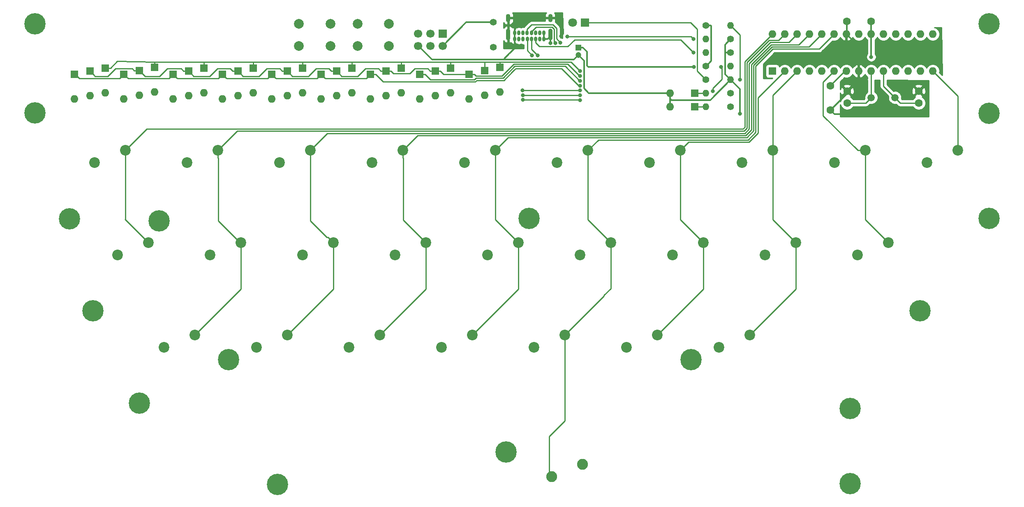
<source format=gbl>
G04 #@! TF.GenerationSoftware,KiCad,Pcbnew,(5.1.5)-3*
G04 #@! TF.CreationDate,2020-10-14T15:57:11-05:00*
G04 #@! TF.ProjectId,masochist,6d61736f-6368-4697-9374-2e6b69636164,rev?*
G04 #@! TF.SameCoordinates,Original*
G04 #@! TF.FileFunction,Copper,L2,Bot*
G04 #@! TF.FilePolarity,Positive*
%FSLAX46Y46*%
G04 Gerber Fmt 4.6, Leading zero omitted, Abs format (unit mm)*
G04 Created by KiCad (PCBNEW (5.1.5)-3) date 2020-10-14 15:57:11*
%MOMM*%
%LPD*%
G04 APERTURE LIST*
%ADD10C,4.400000*%
%ADD11C,1.500000*%
%ADD12O,1.600000X1.600000*%
%ADD13R,1.600000X1.600000*%
%ADD14C,2.200000*%
%ADD15C,2.250000*%
%ADD16C,2.000000*%
%ADD17C,1.400000*%
%ADD18O,1.400000X1.400000*%
%ADD19C,1.800000*%
%ADD20R,1.800000X1.800000*%
%ADD21R,1.700000X1.700000*%
%ADD22C,1.700000*%
%ADD23O,0.650000X1.000000*%
%ADD24O,0.900000X2.400000*%
%ADD25O,0.900000X1.700000*%
%ADD26C,1.600000*%
%ADD27R,1.200000X1.200000*%
%ADD28C,1.200000*%
%ADD29C,0.800000*%
%ADD30C,0.250000*%
%ADD31C,0.380000*%
%ADD32C,0.254000*%
G04 APERTURE END LIST*
D10*
X68834000Y-74930000D03*
X73660000Y-93853000D03*
X83185000Y-112903000D03*
X111633000Y-129667000D03*
X229616000Y-129540000D03*
X229616000Y-114046000D03*
X243967000Y-93853000D03*
X158750000Y-123031250D03*
X61722000Y-53086000D03*
X61722000Y-34671000D03*
X258191000Y-53181250D03*
X258191000Y-34671000D03*
X163449000Y-74803000D03*
X258191000Y-74803000D03*
X196850000Y-103981250D03*
X101600000Y-103981250D03*
X87249000Y-75311000D03*
D11*
X233934000Y-49911000D03*
X238814000Y-49911000D03*
D12*
X213582250Y-36830000D03*
X246602250Y-44450000D03*
X216122250Y-36830000D03*
X244062250Y-44450000D03*
X218662250Y-36830000D03*
X241522250Y-44450000D03*
X221202250Y-36830000D03*
X238982250Y-44450000D03*
X223742250Y-36830000D03*
X236442250Y-44450000D03*
X226282250Y-36830000D03*
X233902250Y-44450000D03*
X228822250Y-36830000D03*
X231362250Y-44450000D03*
X231362250Y-36830000D03*
X228822250Y-44450000D03*
X233902250Y-36830000D03*
X226282250Y-44450000D03*
X236442250Y-36830000D03*
X223742250Y-44450000D03*
X238982250Y-36830000D03*
X221202250Y-44450000D03*
X241522250Y-36830000D03*
X218662250Y-44450000D03*
X244062250Y-36830000D03*
X216122250Y-44450000D03*
X246602250Y-36830000D03*
D13*
X213582250Y-44450000D03*
D14*
X213677500Y-60801250D03*
X207327500Y-63341250D03*
X80327500Y-60801250D03*
X73977500Y-63341250D03*
D15*
X168116250Y-128111250D03*
X174466250Y-125571250D03*
D16*
X128120000Y-39243000D03*
X128120000Y-34743000D03*
X134620000Y-39243000D03*
X134620000Y-34743000D03*
X116055000Y-39243000D03*
X116055000Y-34743000D03*
X122555000Y-39243000D03*
X122555000Y-34743000D03*
D17*
X204978000Y-49022000D03*
D18*
X199898000Y-49022000D03*
X199898000Y-51816000D03*
D17*
X204978000Y-51816000D03*
D18*
X204978000Y-46228000D03*
D17*
X199898000Y-46228000D03*
D18*
X204978000Y-43434000D03*
D17*
X199898000Y-43434000D03*
D18*
X199898000Y-37846000D03*
D17*
X204978000Y-37846000D03*
D18*
X199898000Y-40640000D03*
D17*
X204978000Y-40640000D03*
D18*
X204978000Y-35052000D03*
D17*
X199898000Y-35052000D03*
D19*
X172466000Y-34417000D03*
D20*
X175006000Y-34417000D03*
D14*
X94615000Y-98901250D03*
X88265000Y-101441250D03*
X175577500Y-60801250D03*
X169227500Y-63341250D03*
X113665000Y-98901250D03*
X107315000Y-101441250D03*
X99377500Y-60801250D03*
X93027500Y-63341250D03*
X151765000Y-98901250D03*
X145415000Y-101441250D03*
X194627500Y-60801250D03*
X188277500Y-63341250D03*
X156527500Y-60801250D03*
X150177500Y-63341250D03*
X104140000Y-79851250D03*
X97790000Y-82391250D03*
X137477500Y-60801250D03*
X131127500Y-63341250D03*
X251777500Y-60801250D03*
X245427500Y-63341250D03*
X232727500Y-60801250D03*
X226377500Y-63341250D03*
X189865000Y-98901250D03*
X183515000Y-101441250D03*
X208915000Y-98901250D03*
X202565000Y-101441250D03*
X237490000Y-79851250D03*
X231140000Y-82391250D03*
X218440000Y-79851250D03*
X212090000Y-82391250D03*
X199390000Y-79851250D03*
X193040000Y-82391250D03*
X180340000Y-79851250D03*
X173990000Y-82391250D03*
X161290000Y-79851250D03*
X154940000Y-82391250D03*
X142240000Y-79851250D03*
X135890000Y-82391250D03*
X118427500Y-60801250D03*
X112077500Y-63341250D03*
X123190000Y-79851250D03*
X116840000Y-82391250D03*
X132715000Y-98901250D03*
X126365000Y-101441250D03*
X170815000Y-98901250D03*
X164465000Y-101441250D03*
X85090000Y-79851250D03*
X78740000Y-82391250D03*
D21*
X145669000Y-36703000D03*
D22*
X145669000Y-39243000D03*
X143129000Y-36703000D03*
X143129000Y-39243000D03*
X140589000Y-36703000D03*
X140589000Y-39243000D03*
D23*
X164787500Y-37850000D03*
X166487500Y-37850000D03*
X165637500Y-37850000D03*
X163937500Y-37850000D03*
X163087500Y-37850000D03*
X162237500Y-37850000D03*
X161387500Y-37850000D03*
X160537500Y-37850000D03*
X166487500Y-36525000D03*
X165632500Y-36525000D03*
X164782500Y-36525000D03*
X163932500Y-36525000D03*
X163082500Y-36525000D03*
X162232500Y-36525000D03*
X161382500Y-36525000D03*
X160532500Y-36525000D03*
D24*
X167837500Y-36870000D03*
X159187500Y-36870000D03*
D25*
X167837500Y-33490000D03*
X159187500Y-33490000D03*
D17*
X156083000Y-39507000D03*
X156083000Y-34407000D03*
D12*
X192532000Y-51816000D03*
D13*
X197612000Y-51816000D03*
D12*
X192532000Y-49022000D03*
D13*
X197612000Y-49022000D03*
D12*
X157480000Y-48768000D03*
D13*
X157480000Y-43688000D03*
D12*
X151130000Y-50165000D03*
D13*
X151130000Y-45085000D03*
D12*
X154305000Y-49403000D03*
D13*
X154305000Y-44323000D03*
D12*
X130810000Y-50165000D03*
D13*
X130810000Y-45085000D03*
D12*
X144145000Y-49530000D03*
D13*
X144145000Y-44450000D03*
D12*
X147320000Y-48895000D03*
D13*
X147320000Y-43815000D03*
D12*
X120650000Y-50165000D03*
D13*
X120650000Y-45085000D03*
D12*
X133985000Y-49530000D03*
D13*
X133985000Y-44450000D03*
D12*
X137160000Y-48895000D03*
D13*
X137160000Y-43815000D03*
D12*
X140970000Y-50165000D03*
D13*
X140970000Y-45085000D03*
D12*
X110490000Y-50165000D03*
D13*
X110490000Y-45085000D03*
D12*
X123825000Y-49530000D03*
D13*
X123825000Y-44450000D03*
D12*
X127000000Y-48895000D03*
D13*
X127000000Y-43815000D03*
D12*
X100330000Y-50165000D03*
D13*
X100330000Y-45085000D03*
D12*
X113665000Y-49530000D03*
D13*
X113665000Y-44450000D03*
D12*
X116840000Y-48895000D03*
D13*
X116840000Y-43815000D03*
X90170000Y-45085000D03*
D12*
X90170000Y-50165000D03*
X103505000Y-49530000D03*
D13*
X103505000Y-44450000D03*
D12*
X106680000Y-48895000D03*
D13*
X106680000Y-43815000D03*
D12*
X80010000Y-50165000D03*
D13*
X80010000Y-45085000D03*
X93345000Y-44450000D03*
D12*
X93345000Y-49530000D03*
D13*
X96520000Y-43815000D03*
D12*
X96520000Y-48895000D03*
X69850000Y-50165000D03*
D13*
X69850000Y-45085000D03*
D12*
X83185000Y-49403000D03*
D13*
X83185000Y-44323000D03*
D12*
X86360000Y-48768000D03*
D13*
X86360000Y-43688000D03*
D12*
X73025000Y-49530000D03*
D13*
X73025000Y-44450000D03*
D12*
X76200000Y-48895000D03*
D13*
X76200000Y-43815000D03*
D26*
X228934000Y-34163000D03*
X233934000Y-34163000D03*
X225552000Y-52498000D03*
X225552000Y-47498000D03*
D27*
X173609000Y-39624000D03*
D28*
X173609000Y-41124000D03*
D26*
X243713000Y-48554000D03*
X243713000Y-51054000D03*
X228981000Y-48554000D03*
X228981000Y-51054000D03*
D29*
X206883000Y-53213000D03*
X167844347Y-38645000D03*
X170053000Y-37211000D03*
X233934000Y-41529000D03*
X197395000Y-43561000D03*
X173990000Y-44450000D03*
X173990000Y-45450003D03*
X173990000Y-47450009D03*
X173990000Y-46450006D03*
X169926000Y-38608000D03*
X165227000Y-41239990D03*
X201295000Y-48604000D03*
X203045000Y-43561000D03*
X168910000Y-38645000D03*
X164084000Y-41239990D03*
X197358000Y-40640000D03*
X171323000Y-37338000D03*
X197358000Y-37846000D03*
X162179000Y-50403003D03*
X173990000Y-50450018D03*
X206883000Y-46228000D03*
X162179000Y-49403000D03*
X173990000Y-49450015D03*
X162147153Y-48400587D03*
X173990000Y-48450012D03*
D30*
X228822250Y-34274750D02*
X228934000Y-34163000D01*
D31*
X228934000Y-36718250D02*
X228822250Y-36830000D01*
X228934000Y-34163000D02*
X228934000Y-36718250D01*
X231362250Y-45029750D02*
X231362250Y-44450000D01*
X160537500Y-36530000D02*
X160532500Y-36525000D01*
X160537500Y-37850000D02*
X160537500Y-36530000D01*
X166487500Y-37850000D02*
X166487500Y-36525000D01*
X160537500Y-39741500D02*
X160537500Y-37850000D01*
X140716000Y-39243000D02*
X143502990Y-42029990D01*
X140589000Y-39243000D02*
X140716000Y-39243000D01*
X159543000Y-40736000D02*
X160537500Y-39741500D01*
X143502990Y-42029990D02*
X158211010Y-42029990D01*
X158211010Y-42029990D02*
X159505000Y-40736000D01*
X159505000Y-40736000D02*
X159543000Y-40736000D01*
X192532000Y-49022000D02*
X192532000Y-51816000D01*
X192532000Y-50153370D02*
X192797630Y-50419000D01*
X192532000Y-49022000D02*
X192532000Y-50153370D01*
X200787000Y-50419000D02*
X204978000Y-46228000D01*
X192797630Y-50419000D02*
X200787000Y-50419000D01*
X203835000Y-38989000D02*
X204978000Y-37846000D01*
X204978000Y-46228000D02*
X203835000Y-45085000D01*
X204978000Y-40640000D02*
X203988051Y-40640000D01*
X203861051Y-40767000D02*
X203835000Y-40767000D01*
X203988051Y-40640000D02*
X203861051Y-40767000D01*
X203835000Y-45085000D02*
X203835000Y-40767000D01*
X203835000Y-40767000D02*
X203835000Y-38989000D01*
X172703010Y-42029990D02*
X173609000Y-41124000D01*
X158211010Y-42029990D02*
X172703010Y-42029990D01*
X231362250Y-45581370D02*
X231394000Y-45613120D01*
X231362250Y-44450000D02*
X231362250Y-45581370D01*
X228822250Y-36830000D02*
X231362250Y-39370000D01*
X231362250Y-39370000D02*
X231362250Y-44450000D01*
X174780001Y-42295001D02*
X174780001Y-48034001D01*
X173609000Y-41124000D02*
X174780001Y-42295001D01*
X175768000Y-49022000D02*
X192532000Y-49022000D01*
X174780001Y-48034001D02*
X175768000Y-49022000D01*
X206883000Y-48133000D02*
X204978000Y-46228000D01*
X206883000Y-53213000D02*
X206883000Y-48133000D01*
X228981000Y-49069000D02*
X228981000Y-48554000D01*
X225552000Y-52498000D02*
X228981000Y-49069000D01*
X231362250Y-45581370D02*
X231648000Y-45867120D01*
X231648000Y-45867120D02*
X231648000Y-46482000D01*
X231648000Y-46482000D02*
X232283000Y-47117000D01*
X226351999Y-53297999D02*
X230208999Y-53297999D01*
X225552000Y-52498000D02*
X226351999Y-53297999D01*
X167837500Y-36870000D02*
X167837500Y-37267500D01*
X167255000Y-37850000D02*
X166487500Y-37850000D01*
X167837500Y-37267500D02*
X167255000Y-37850000D01*
X167837500Y-36870000D02*
X167837500Y-38638153D01*
X167837500Y-38638153D02*
X167844347Y-38645000D01*
X170053000Y-37211000D02*
X170053000Y-36830000D01*
D30*
X232791000Y-51054000D02*
X233934000Y-49911000D01*
X228981000Y-51054000D02*
X232791000Y-51054000D01*
X233934000Y-44481750D02*
X233902250Y-44450000D01*
X233934000Y-49911000D02*
X233934000Y-44481750D01*
X239957000Y-51054000D02*
X238814000Y-49911000D01*
X243713000Y-51054000D02*
X239957000Y-51054000D01*
X236442250Y-47539250D02*
X236442250Y-44450000D01*
X238814000Y-49911000D02*
X236442250Y-47539250D01*
X172456000Y-34407000D02*
X172466000Y-34417000D01*
X228822250Y-45116750D02*
X228822250Y-44450000D01*
X233902250Y-34194750D02*
X233934000Y-34163000D01*
D31*
X145669000Y-39243000D02*
X150505000Y-34407000D01*
X233934000Y-36798250D02*
X233902250Y-36830000D01*
X233934000Y-34163000D02*
X233934000Y-36798250D01*
X228822250Y-44608750D02*
X228822250Y-44450000D01*
X150505000Y-34407000D02*
X156083000Y-34407000D01*
X228600000Y-44450000D02*
X228822250Y-44450000D01*
X225552000Y-47498000D02*
X228600000Y-44450000D01*
X233934000Y-36861750D02*
X233902250Y-36830000D01*
X233934000Y-41529000D02*
X233934000Y-36861750D01*
X200988001Y-42343999D02*
X200597999Y-42734001D01*
X200597999Y-42734001D02*
X199898000Y-43434000D01*
X200988001Y-35152052D02*
X200988001Y-42343999D01*
X200887949Y-35052000D02*
X200988001Y-35152052D01*
X199898000Y-35052000D02*
X200887949Y-35052000D01*
X174589000Y-39624000D02*
X175387000Y-40422000D01*
X173609000Y-39624000D02*
X174589000Y-39624000D01*
X175387000Y-40422000D02*
X175387000Y-43180000D01*
X175387000Y-43180000D02*
X175387000Y-43307000D01*
X175387000Y-43307000D02*
X175641000Y-43561000D01*
X175641000Y-43561000D02*
X197395000Y-43561000D01*
D30*
X77250000Y-43815000D02*
X78647000Y-42418000D01*
X76200000Y-43815000D02*
X77250000Y-43815000D01*
X86360000Y-43688000D02*
X86360000Y-42638000D01*
X78647000Y-42418000D02*
X86360000Y-42545000D01*
X86360000Y-42638000D02*
X86360000Y-42545000D01*
X96520000Y-42765000D02*
X96520000Y-42545000D01*
X96520000Y-43815000D02*
X96520000Y-42765000D01*
X86360000Y-42545000D02*
X96520000Y-42545000D01*
X106680000Y-43815000D02*
X106680000Y-42545000D01*
X96520000Y-42545000D02*
X106680000Y-42545000D01*
X116840000Y-42765000D02*
X116840000Y-42545000D01*
X116840000Y-43815000D02*
X116840000Y-42765000D01*
X106680000Y-42545000D02*
X116840000Y-42545000D01*
X127000000Y-42765000D02*
X127000000Y-42545000D01*
X127000000Y-43815000D02*
X127000000Y-42765000D01*
X116840000Y-42545000D02*
X127000000Y-42545000D01*
X137160000Y-42765000D02*
X137160000Y-42545000D01*
X137160000Y-43815000D02*
X137160000Y-42765000D01*
X127000000Y-42545000D02*
X137160000Y-42545000D01*
X137160000Y-42545000D02*
X147320000Y-42545000D01*
X147320000Y-42765000D02*
X147320000Y-42545000D01*
X147320000Y-43815000D02*
X147320000Y-42765000D01*
X154305000Y-44323000D02*
X154305000Y-43273000D01*
X154305000Y-43273000D02*
X154305000Y-42545000D01*
X147320000Y-42545000D02*
X154305000Y-42545000D01*
X157480000Y-43688000D02*
X157480000Y-42545000D01*
X154305000Y-42545000D02*
X157480000Y-42545000D01*
X157480000Y-42545000D02*
X163068000Y-42545000D01*
X163068000Y-42545000D02*
X172085000Y-42545000D01*
X172085000Y-42545000D02*
X173990000Y-44450000D01*
X73025000Y-44450000D02*
X73787000Y-45212000D01*
X73787000Y-45212000D02*
X74098990Y-45523990D01*
X82135000Y-44323000D02*
X81754000Y-43942000D01*
X83185000Y-44323000D02*
X82135000Y-44323000D01*
X78258002Y-43942000D02*
X76676012Y-45523990D01*
X81754000Y-43942000D02*
X78258002Y-43942000D01*
X76676012Y-45523990D02*
X74098990Y-45523990D01*
X83185000Y-44323000D02*
X83947000Y-45085000D01*
X83947000Y-45085000D02*
X84385990Y-45523990D01*
X84385990Y-45523990D02*
X87376000Y-45523990D01*
X88939991Y-43959999D02*
X87376000Y-45523990D01*
X91804999Y-43959999D02*
X88939991Y-43959999D01*
X92295000Y-44450000D02*
X91804999Y-43959999D01*
X93345000Y-44450000D02*
X92295000Y-44450000D01*
X102455000Y-44450000D02*
X101947000Y-43942000D01*
X103505000Y-44450000D02*
X102455000Y-44450000D01*
X99287998Y-43942000D02*
X97706008Y-45523990D01*
X101947000Y-43942000D02*
X99287998Y-43942000D01*
X97706008Y-45523990D02*
X95377000Y-45523990D01*
X94418990Y-45523990D02*
X95631000Y-45523990D01*
X93345000Y-44450000D02*
X94418990Y-45523990D01*
X112124999Y-43959999D02*
X109429999Y-43959999D01*
X113665000Y-44450000D02*
X112615000Y-44450000D01*
X112615000Y-44450000D02*
X112124999Y-43959999D01*
X109429999Y-43959999D02*
X107866008Y-45523990D01*
X107866008Y-45523990D02*
X104578990Y-45523990D01*
X104578990Y-45523990D02*
X103505000Y-44450000D01*
X122775000Y-44450000D02*
X123825000Y-44450000D01*
X119607998Y-43942000D02*
X122267000Y-43942000D01*
X118052010Y-45523990D02*
X118110000Y-45466000D01*
X114738990Y-45523990D02*
X118052010Y-45523990D01*
X113665000Y-44450000D02*
X114738990Y-45523990D01*
X122267000Y-43942000D02*
X122775000Y-44450000D01*
X118110000Y-45466000D02*
X118110000Y-45439998D01*
X118110000Y-45439998D02*
X119607998Y-43942000D01*
X124898990Y-45523990D02*
X123825000Y-44450000D01*
X132935000Y-44450000D02*
X132444999Y-43959999D01*
X128186008Y-45523990D02*
X124898990Y-45523990D01*
X133985000Y-44450000D02*
X132935000Y-44450000D01*
X132444999Y-43959999D02*
X129749999Y-43959999D01*
X129749999Y-43959999D02*
X128186008Y-45523990D01*
X142604999Y-43959999D02*
X143095000Y-44450000D01*
X138929997Y-44940001D02*
X139909999Y-43959999D01*
X143095000Y-44450000D02*
X144145000Y-44450000D01*
X135525001Y-44940001D02*
X138929997Y-44940001D01*
X135035000Y-44450000D02*
X135525001Y-44940001D01*
X139909999Y-43959999D02*
X142604999Y-43959999D01*
X133985000Y-44450000D02*
X135035000Y-44450000D01*
X145830000Y-45085000D02*
X150080000Y-45085000D01*
X150080000Y-45085000D02*
X151130000Y-45085000D01*
X145195000Y-44450000D02*
X145830000Y-45085000D01*
X144145000Y-44450000D02*
X145195000Y-44450000D01*
X157905001Y-45448001D02*
X160357992Y-42995010D01*
X152543001Y-45448001D02*
X157905001Y-45448001D01*
X151130000Y-45085000D02*
X152180000Y-45085000D01*
X152180000Y-45085000D02*
X152543001Y-45448001D01*
X160357992Y-42995010D02*
X163068000Y-42995010D01*
X173917001Y-45450003D02*
X173990000Y-45450003D01*
X163068000Y-42995010D02*
X171462008Y-42995010D01*
X171462008Y-42995010D02*
X173917001Y-45450003D01*
X70866000Y-45974000D02*
X79121000Y-45974000D01*
X79121000Y-45974000D02*
X80010000Y-45085000D01*
X69850000Y-45085000D02*
X69977000Y-45085000D01*
X69977000Y-45085000D02*
X70866000Y-45974000D01*
X80899000Y-45974000D02*
X80010000Y-45085000D01*
X90170000Y-45085000D02*
X89281000Y-45974000D01*
X89281000Y-45974000D02*
X80899000Y-45974000D01*
X90932000Y-45847000D02*
X90170000Y-45085000D01*
X91059000Y-45974000D02*
X90932000Y-45847000D01*
X100330000Y-45085000D02*
X99441000Y-45974000D01*
X99441000Y-45974000D02*
X91059000Y-45974000D01*
X101092000Y-45847000D02*
X100330000Y-45085000D01*
X101219000Y-45974000D02*
X101092000Y-45847000D01*
X110490000Y-45085000D02*
X109601000Y-45974000D01*
X109601000Y-45974000D02*
X101219000Y-45974000D01*
X111252000Y-45847000D02*
X110490000Y-45085000D01*
X111379000Y-45974000D02*
X111252000Y-45847000D01*
X120650000Y-45085000D02*
X119761000Y-45974000D01*
X119761000Y-45974000D02*
X111379000Y-45974000D01*
X121412000Y-45847000D02*
X120650000Y-45085000D01*
X130810000Y-45085000D02*
X129921000Y-45974000D01*
X121539000Y-45974000D02*
X121412000Y-45847000D01*
X129921000Y-45974000D02*
X121539000Y-45974000D01*
X131860000Y-45085000D02*
X133435011Y-46660011D01*
X130810000Y-45085000D02*
X131860000Y-45085000D01*
X133435011Y-46660011D02*
X152376402Y-46660010D01*
X152376402Y-46660010D02*
X152688391Y-46348021D01*
X152688391Y-46348021D02*
X158277802Y-46348020D01*
X158277802Y-46348020D02*
X160034411Y-44591411D01*
X160034411Y-44591411D02*
X160415411Y-44210411D01*
X160415411Y-44210411D02*
X160730792Y-43895030D01*
X160730792Y-43895030D02*
X163068000Y-43895030D01*
X163068000Y-43895030D02*
X170180000Y-43895030D01*
X170180000Y-43895030D02*
X173734979Y-47450009D01*
X173734979Y-47450009D02*
X173990000Y-47450009D01*
X152501991Y-45898011D02*
X158091401Y-45898011D01*
X152190001Y-46210001D02*
X152501991Y-45898011D01*
X140970000Y-45085000D02*
X142020000Y-45085000D01*
X143145001Y-46210001D02*
X152190001Y-46210001D01*
X142020000Y-45085000D02*
X143145001Y-46210001D01*
X158091401Y-45898011D02*
X160544392Y-43445020D01*
X160544392Y-43445020D02*
X163068000Y-43445020D01*
X173917001Y-46450006D02*
X173990000Y-46450006D01*
X163068000Y-43445020D02*
X170912015Y-43445020D01*
X170912015Y-43445020D02*
X173917001Y-46450006D01*
X197612000Y-49022000D02*
X199898000Y-49022000D01*
X163962520Y-34894980D02*
X168373391Y-34894981D01*
X163082500Y-36525000D02*
X163082500Y-35775000D01*
X168373391Y-34894981D02*
X169106010Y-35627600D01*
X163082500Y-35775000D02*
X163962520Y-34894980D01*
X169106010Y-35627600D02*
X169106010Y-37788010D01*
X169106010Y-37788010D02*
X169926000Y-38608000D01*
X163937500Y-37850000D02*
X163961000Y-37850000D01*
X163937500Y-37850000D02*
X163937500Y-39950490D01*
X163937500Y-39950490D02*
X165227000Y-41239990D01*
X197612000Y-51816000D02*
X199898000Y-51816000D01*
X163087500Y-37850000D02*
X163072000Y-37850000D01*
X163072000Y-37850000D02*
X163068000Y-37854000D01*
X201295000Y-48038315D02*
X203200000Y-46133315D01*
X201295000Y-48604000D02*
X201295000Y-48038315D01*
X203200000Y-46133315D02*
X203200000Y-43716000D01*
X203200000Y-43716000D02*
X203045000Y-43561000D01*
X163932500Y-36525000D02*
X163932500Y-36473500D01*
X164868258Y-35344990D02*
X168186990Y-35344990D01*
X168186990Y-35344990D02*
X168656000Y-35814000D01*
X163932500Y-36473500D02*
X163932500Y-36280748D01*
X163932500Y-36280748D02*
X164868258Y-35344990D01*
X168656000Y-35814000D02*
X168656000Y-38227000D01*
X168656000Y-38227000D02*
X168656000Y-38391000D01*
X168656000Y-38391000D02*
X168910000Y-38645000D01*
X163087500Y-37850000D02*
X163087500Y-40243490D01*
X163087500Y-40243490D02*
X164084000Y-41239990D01*
X164787500Y-38600000D02*
X165557500Y-39370000D01*
X164787500Y-37850000D02*
X164787500Y-38600000D01*
X170307000Y-39370000D02*
X171450000Y-39370000D01*
X170307000Y-39370000D02*
X170561000Y-39370000D01*
X165557500Y-39370000D02*
X170307000Y-39370000D01*
X171450000Y-39370000D02*
X172847000Y-37973000D01*
X172847000Y-37973000D02*
X176149000Y-37973000D01*
X176149000Y-37973000D02*
X194691000Y-37973000D01*
X194691000Y-37973000D02*
X197358000Y-40640000D01*
X171323000Y-37338000D02*
X196850000Y-37338000D01*
X196850000Y-37338000D02*
X197358000Y-37846000D01*
X162179000Y-50403003D02*
X173942985Y-50403003D01*
X173942985Y-50403003D02*
X173990000Y-50450018D01*
X204978000Y-35052000D02*
X205232000Y-35306000D01*
X204978000Y-35052000D02*
X206883000Y-36957000D01*
X206883000Y-36957000D02*
X206883000Y-46228000D01*
X162179000Y-49403000D02*
X173942985Y-49403000D01*
X173942985Y-49403000D02*
X173990000Y-49450015D01*
X85090000Y-79851250D02*
X80264000Y-75025250D01*
X80327500Y-74961750D02*
X80327500Y-60801250D01*
X80264000Y-75025250D02*
X80327500Y-74961750D01*
X207899000Y-42513250D02*
X213582250Y-36830000D01*
X207899000Y-56007000D02*
X207899000Y-42513250D01*
X81427499Y-59701251D02*
X81427499Y-59669501D01*
X80327500Y-60801250D02*
X81427499Y-59701251D01*
X81427499Y-59669501D02*
X84709000Y-56388000D01*
X207518000Y-56388000D02*
X207899000Y-56007000D01*
X84709000Y-56388000D02*
X207518000Y-56388000D01*
X170815000Y-98901250D02*
X178911250Y-90805000D01*
X178911250Y-90805000D02*
X178911250Y-90709750D01*
X178911250Y-90709750D02*
X180340000Y-89281000D01*
X180340000Y-89281000D02*
X180340000Y-79851250D01*
X175577500Y-75088750D02*
X175577500Y-60801250D01*
X180340000Y-79851250D02*
X175577500Y-75088750D01*
X223212210Y-39900040D02*
X226282250Y-36830000D01*
X213694260Y-39900040D02*
X223212210Y-39900040D01*
X210149050Y-57061770D02*
X210149050Y-43445250D01*
X208442952Y-58638048D02*
X208572772Y-58638048D01*
X175577500Y-60801250D02*
X177740702Y-58638048D01*
X195199000Y-58674000D02*
X208407000Y-58674000D01*
X210149050Y-43445250D02*
X213694260Y-39900040D01*
X195163048Y-58638048D02*
X195199000Y-58674000D01*
X208572772Y-58638048D02*
X210149050Y-57061770D01*
X177740702Y-58638048D02*
X195163048Y-58638048D01*
X208407000Y-58674000D02*
X208442952Y-58638048D01*
X167640000Y-127635000D02*
X168116250Y-128111250D01*
X167640000Y-119761000D02*
X167640000Y-127635000D01*
X170815000Y-98901250D02*
X170815000Y-116586000D01*
X170815000Y-116586000D02*
X167640000Y-119761000D01*
X137477500Y-62356884D02*
X137541000Y-62420384D01*
X137477500Y-60801250D02*
X137477500Y-62356884D01*
X137541000Y-62420384D02*
X137541000Y-75184000D01*
X137572750Y-75184000D02*
X142240000Y-79851250D01*
X137541000Y-75184000D02*
X137572750Y-75184000D01*
X142240000Y-89376250D02*
X142240000Y-79851250D01*
X132715000Y-98901250D02*
X142240000Y-89376250D01*
X213321460Y-39000020D02*
X219032230Y-39000020D01*
X209249030Y-56566200D02*
X209249030Y-43072450D01*
X138577499Y-59701251D02*
X138577499Y-59669501D01*
X140508972Y-57738028D02*
X208077203Y-57738027D01*
X208077203Y-57738027D02*
X209249030Y-56566200D01*
X209249030Y-43072450D02*
X213321460Y-39000020D01*
X137477500Y-60801250D02*
X138577499Y-59701251D01*
X219032230Y-39000020D02*
X221202250Y-36830000D01*
X138577499Y-59669501D02*
X140508972Y-57738028D01*
X114764999Y-97801251D02*
X114796749Y-97801251D01*
X113665000Y-98901250D02*
X114764999Y-97801251D01*
X114796749Y-97801251D02*
X123190000Y-89408000D01*
X123190000Y-89408000D02*
X123190000Y-79851250D01*
X122090001Y-78751251D02*
X121804251Y-78751251D01*
X123190000Y-79851250D02*
X122090001Y-78751251D01*
X118427500Y-75374500D02*
X118427500Y-60801250D01*
X121804251Y-78751251D02*
X118427500Y-75374500D01*
X118427500Y-60801250D02*
X118586250Y-60801250D01*
X216942240Y-38550010D02*
X218662250Y-36830000D01*
X213135060Y-38550010D02*
X216942240Y-38550010D01*
X208799020Y-42886050D02*
X213135060Y-38550010D01*
X119527499Y-59701251D02*
X119527499Y-59669501D01*
X118427500Y-60801250D02*
X119527499Y-59701251D01*
X208799020Y-56379800D02*
X208799020Y-42886050D01*
X121908982Y-57288018D02*
X207890802Y-57288018D01*
X119527499Y-59669501D02*
X121908982Y-57288018D01*
X207890802Y-57288018D02*
X208799020Y-56379800D01*
X152864999Y-97801251D02*
X152896749Y-97801251D01*
X151765000Y-98901250D02*
X152864999Y-97801251D01*
X152896749Y-97801251D02*
X161290000Y-89408000D01*
X161290000Y-85598000D02*
X161290000Y-79851250D01*
X161290000Y-89408000D02*
X161290000Y-85598000D01*
X160158251Y-78751251D02*
X156527500Y-75120500D01*
X161290000Y-79851250D02*
X160190001Y-78751251D01*
X156527500Y-75120500D02*
X156527500Y-60801250D01*
X160190001Y-78751251D02*
X160158251Y-78751251D01*
X156527500Y-60801250D02*
X159140712Y-58188038D01*
X159140712Y-58188038D02*
X208386372Y-58188038D01*
X208386372Y-58188038D02*
X208386372Y-58186628D01*
X221122220Y-39450030D02*
X223742250Y-36830000D01*
X208386372Y-58065268D02*
X209699040Y-56752600D01*
X208386372Y-58188038D02*
X208386372Y-58065268D01*
X209699040Y-56752600D02*
X209699040Y-43258850D01*
X213507860Y-39450030D02*
X221122220Y-39450030D01*
X209699040Y-43258850D02*
X213507860Y-39450030D01*
X210014999Y-97801251D02*
X210046749Y-97801251D01*
X208915000Y-98901250D02*
X210014999Y-97801251D01*
X210046749Y-97801251D02*
X218440000Y-89408000D01*
X218440000Y-89408000D02*
X218440000Y-79851250D01*
X213677500Y-75120500D02*
X213677500Y-60801250D01*
X217308251Y-78751251D02*
X213677500Y-75120500D01*
X218440000Y-79851250D02*
X217340001Y-78751251D01*
X217340001Y-78751251D02*
X217308251Y-78751251D01*
X213677500Y-49434750D02*
X218662250Y-44450000D01*
X213677500Y-60801250D02*
X213677500Y-49434750D01*
X189865000Y-98901250D02*
X199390000Y-89376250D01*
X199390000Y-89376250D02*
X199390000Y-79851250D01*
X198258251Y-78751251D02*
X194627500Y-75120500D01*
X199390000Y-79851250D02*
X198290001Y-78751251D01*
X194627500Y-75120500D02*
X194627500Y-60801250D01*
X198290001Y-78751251D02*
X198258251Y-78751251D01*
X210599060Y-57248170D02*
X210599060Y-49973190D01*
X208723220Y-59124010D02*
X210599060Y-57248170D01*
X210599060Y-49973190D02*
X216122250Y-44450000D01*
X194627500Y-60801250D02*
X196304740Y-59124010D01*
X196304740Y-59124010D02*
X208723220Y-59124010D01*
X232727500Y-75088750D02*
X232727500Y-60801250D01*
X237490000Y-79851250D02*
X232727500Y-75088750D01*
X231171866Y-60801250D02*
X224028000Y-53657384D01*
X232727500Y-60801250D02*
X231171866Y-60801250D01*
X224028000Y-46704250D02*
X226282250Y-44450000D01*
X224028000Y-53657384D02*
X224028000Y-46704250D01*
X251777500Y-49625250D02*
X246602250Y-44450000D01*
X251777500Y-60801250D02*
X251777500Y-49625250D01*
X94615000Y-98901250D02*
X104140000Y-89376250D01*
X104140000Y-89376250D02*
X104140000Y-79851250D01*
X103981250Y-79851250D02*
X104140000Y-79851250D01*
X99441000Y-75311000D02*
X103981250Y-79851250D01*
X99441000Y-62420384D02*
X99441000Y-75311000D01*
X99377500Y-60801250D02*
X99377500Y-62356884D01*
X99377500Y-62356884D02*
X99441000Y-62420384D01*
X214852250Y-38100000D02*
X216122250Y-36830000D01*
X212948660Y-38100000D02*
X214852250Y-38100000D01*
X103340740Y-56838010D02*
X207704401Y-56838009D01*
X207704401Y-56838009D02*
X208349010Y-56193400D01*
X99377500Y-60801250D02*
X103340740Y-56838010D01*
X208349010Y-56193400D02*
X208349010Y-42699650D01*
X208349010Y-42699650D02*
X212948660Y-38100000D01*
X175006000Y-34417000D02*
X196723000Y-34417000D01*
X196723000Y-34417000D02*
X198120000Y-35814000D01*
X198120000Y-44450000D02*
X199898000Y-46228000D01*
X198120000Y-35814000D02*
X198120000Y-44450000D01*
X162147153Y-48400587D02*
X173940575Y-48400587D01*
X173940575Y-48400587D02*
X173990000Y-48450012D01*
D32*
G36*
X235682251Y-46284729D02*
G01*
X235682250Y-47501927D01*
X235678574Y-47539250D01*
X235682250Y-47576572D01*
X235682250Y-47576582D01*
X235693247Y-47688235D01*
X235731773Y-47815241D01*
X235736704Y-47831496D01*
X235807276Y-47963526D01*
X235847121Y-48012076D01*
X235902249Y-48079251D01*
X235931253Y-48103054D01*
X237457833Y-49629635D01*
X237429000Y-49774589D01*
X237429000Y-50047411D01*
X237482225Y-50314989D01*
X237586629Y-50567043D01*
X237738201Y-50793886D01*
X237931114Y-50986799D01*
X238157957Y-51138371D01*
X238410011Y-51242775D01*
X238677589Y-51296000D01*
X238950411Y-51296000D01*
X239095365Y-51267167D01*
X239393201Y-51565003D01*
X239416999Y-51594001D01*
X239445997Y-51617799D01*
X239532723Y-51688974D01*
X239659028Y-51756486D01*
X239664753Y-51759546D01*
X239808014Y-51803003D01*
X239919667Y-51814000D01*
X239919676Y-51814000D01*
X239956999Y-51817676D01*
X239994322Y-51814000D01*
X242494957Y-51814000D01*
X242598363Y-51968759D01*
X242798241Y-52168637D01*
X243033273Y-52325680D01*
X243294426Y-52433853D01*
X243571665Y-52489000D01*
X243854335Y-52489000D01*
X244131574Y-52433853D01*
X244392727Y-52325680D01*
X244627759Y-52168637D01*
X244827637Y-51968759D01*
X244984680Y-51733727D01*
X245092853Y-51472574D01*
X245148000Y-51195335D01*
X245148000Y-50912665D01*
X245092853Y-50635426D01*
X244984680Y-50374273D01*
X244827637Y-50139241D01*
X244627759Y-49939363D01*
X244427131Y-49805308D01*
X244454514Y-49790671D01*
X244526097Y-49546702D01*
X243713000Y-48733605D01*
X242899903Y-49546702D01*
X242971486Y-49790671D01*
X243000341Y-49804324D01*
X242798241Y-49939363D01*
X242598363Y-50139241D01*
X242494957Y-50294000D01*
X240271802Y-50294000D01*
X240170167Y-50192365D01*
X240199000Y-50047411D01*
X240199000Y-49774589D01*
X240145775Y-49507011D01*
X240041371Y-49254957D01*
X239889799Y-49028114D01*
X239696886Y-48835201D01*
X239470043Y-48683629D01*
X239327322Y-48624512D01*
X242272783Y-48624512D01*
X242314213Y-48904130D01*
X242409397Y-49170292D01*
X242476329Y-49295514D01*
X242720298Y-49367097D01*
X243533395Y-48554000D01*
X243892605Y-48554000D01*
X244705702Y-49367097D01*
X244949671Y-49295514D01*
X245070571Y-49040004D01*
X245139300Y-48765816D01*
X245153217Y-48483488D01*
X245111787Y-48203870D01*
X245016603Y-47937708D01*
X244949671Y-47812486D01*
X244705702Y-47740903D01*
X243892605Y-48554000D01*
X243533395Y-48554000D01*
X242720298Y-47740903D01*
X242476329Y-47812486D01*
X242355429Y-48067996D01*
X242286700Y-48342184D01*
X242272783Y-48624512D01*
X239327322Y-48624512D01*
X239217989Y-48579225D01*
X238950411Y-48526000D01*
X238677589Y-48526000D01*
X238532635Y-48554833D01*
X237539100Y-47561298D01*
X242899903Y-47561298D01*
X243713000Y-48374395D01*
X244526097Y-47561298D01*
X244454514Y-47317329D01*
X244199004Y-47196429D01*
X243924816Y-47127700D01*
X243642488Y-47113783D01*
X243362870Y-47155213D01*
X243096708Y-47250397D01*
X242971486Y-47317329D01*
X242899903Y-47561298D01*
X237539100Y-47561298D01*
X237202250Y-47224449D01*
X237202250Y-46295212D01*
X245745000Y-46354127D01*
X245745000Y-53848000D01*
X227584000Y-53848000D01*
X227584000Y-51386371D01*
X227601147Y-51472574D01*
X227709320Y-51733727D01*
X227866363Y-51968759D01*
X228066241Y-52168637D01*
X228301273Y-52325680D01*
X228562426Y-52433853D01*
X228839665Y-52489000D01*
X229122335Y-52489000D01*
X229399574Y-52433853D01*
X229660727Y-52325680D01*
X229895759Y-52168637D01*
X230095637Y-51968759D01*
X230199043Y-51814000D01*
X232753678Y-51814000D01*
X232791000Y-51817676D01*
X232828322Y-51814000D01*
X232828333Y-51814000D01*
X232939986Y-51803003D01*
X233083247Y-51759546D01*
X233215276Y-51688974D01*
X233331001Y-51594001D01*
X233354804Y-51564998D01*
X233652635Y-51267167D01*
X233797589Y-51296000D01*
X234070411Y-51296000D01*
X234337989Y-51242775D01*
X234590043Y-51138371D01*
X234816886Y-50986799D01*
X235009799Y-50793886D01*
X235161371Y-50567043D01*
X235265775Y-50314989D01*
X235319000Y-50047411D01*
X235319000Y-49774589D01*
X235265775Y-49507011D01*
X235161371Y-49254957D01*
X235009799Y-49028114D01*
X234816886Y-48835201D01*
X234694000Y-48753091D01*
X234694000Y-46277913D01*
X235682251Y-46284729D01*
G37*
X235682251Y-46284729D02*
X235682250Y-47501927D01*
X235678574Y-47539250D01*
X235682250Y-47576572D01*
X235682250Y-47576582D01*
X235693247Y-47688235D01*
X235731773Y-47815241D01*
X235736704Y-47831496D01*
X235807276Y-47963526D01*
X235847121Y-48012076D01*
X235902249Y-48079251D01*
X235931253Y-48103054D01*
X237457833Y-49629635D01*
X237429000Y-49774589D01*
X237429000Y-50047411D01*
X237482225Y-50314989D01*
X237586629Y-50567043D01*
X237738201Y-50793886D01*
X237931114Y-50986799D01*
X238157957Y-51138371D01*
X238410011Y-51242775D01*
X238677589Y-51296000D01*
X238950411Y-51296000D01*
X239095365Y-51267167D01*
X239393201Y-51565003D01*
X239416999Y-51594001D01*
X239445997Y-51617799D01*
X239532723Y-51688974D01*
X239659028Y-51756486D01*
X239664753Y-51759546D01*
X239808014Y-51803003D01*
X239919667Y-51814000D01*
X239919676Y-51814000D01*
X239956999Y-51817676D01*
X239994322Y-51814000D01*
X242494957Y-51814000D01*
X242598363Y-51968759D01*
X242798241Y-52168637D01*
X243033273Y-52325680D01*
X243294426Y-52433853D01*
X243571665Y-52489000D01*
X243854335Y-52489000D01*
X244131574Y-52433853D01*
X244392727Y-52325680D01*
X244627759Y-52168637D01*
X244827637Y-51968759D01*
X244984680Y-51733727D01*
X245092853Y-51472574D01*
X245148000Y-51195335D01*
X245148000Y-50912665D01*
X245092853Y-50635426D01*
X244984680Y-50374273D01*
X244827637Y-50139241D01*
X244627759Y-49939363D01*
X244427131Y-49805308D01*
X244454514Y-49790671D01*
X244526097Y-49546702D01*
X243713000Y-48733605D01*
X242899903Y-49546702D01*
X242971486Y-49790671D01*
X243000341Y-49804324D01*
X242798241Y-49939363D01*
X242598363Y-50139241D01*
X242494957Y-50294000D01*
X240271802Y-50294000D01*
X240170167Y-50192365D01*
X240199000Y-50047411D01*
X240199000Y-49774589D01*
X240145775Y-49507011D01*
X240041371Y-49254957D01*
X239889799Y-49028114D01*
X239696886Y-48835201D01*
X239470043Y-48683629D01*
X239327322Y-48624512D01*
X242272783Y-48624512D01*
X242314213Y-48904130D01*
X242409397Y-49170292D01*
X242476329Y-49295514D01*
X242720298Y-49367097D01*
X243533395Y-48554000D01*
X243892605Y-48554000D01*
X244705702Y-49367097D01*
X244949671Y-49295514D01*
X245070571Y-49040004D01*
X245139300Y-48765816D01*
X245153217Y-48483488D01*
X245111787Y-48203870D01*
X245016603Y-47937708D01*
X244949671Y-47812486D01*
X244705702Y-47740903D01*
X243892605Y-48554000D01*
X243533395Y-48554000D01*
X242720298Y-47740903D01*
X242476329Y-47812486D01*
X242355429Y-48067996D01*
X242286700Y-48342184D01*
X242272783Y-48624512D01*
X239327322Y-48624512D01*
X239217989Y-48579225D01*
X238950411Y-48526000D01*
X238677589Y-48526000D01*
X238532635Y-48554833D01*
X237539100Y-47561298D01*
X242899903Y-47561298D01*
X243713000Y-48374395D01*
X244526097Y-47561298D01*
X244454514Y-47317329D01*
X244199004Y-47196429D01*
X243924816Y-47127700D01*
X243642488Y-47113783D01*
X243362870Y-47155213D01*
X243096708Y-47250397D01*
X242971486Y-47317329D01*
X242899903Y-47561298D01*
X237539100Y-47561298D01*
X237202250Y-47224449D01*
X237202250Y-46295212D01*
X245745000Y-46354127D01*
X245745000Y-53848000D01*
X227584000Y-53848000D01*
X227584000Y-51386371D01*
X227601147Y-51472574D01*
X227709320Y-51733727D01*
X227866363Y-51968759D01*
X228066241Y-52168637D01*
X228301273Y-52325680D01*
X228562426Y-52433853D01*
X228839665Y-52489000D01*
X229122335Y-52489000D01*
X229399574Y-52433853D01*
X229660727Y-52325680D01*
X229895759Y-52168637D01*
X230095637Y-51968759D01*
X230199043Y-51814000D01*
X232753678Y-51814000D01*
X232791000Y-51817676D01*
X232828322Y-51814000D01*
X232828333Y-51814000D01*
X232939986Y-51803003D01*
X233083247Y-51759546D01*
X233215276Y-51688974D01*
X233331001Y-51594001D01*
X233354804Y-51564998D01*
X233652635Y-51267167D01*
X233797589Y-51296000D01*
X234070411Y-51296000D01*
X234337989Y-51242775D01*
X234590043Y-51138371D01*
X234816886Y-50986799D01*
X235009799Y-50793886D01*
X235161371Y-50567043D01*
X235265775Y-50314989D01*
X235319000Y-50047411D01*
X235319000Y-49774589D01*
X235265775Y-49507011D01*
X235161371Y-49254957D01*
X235009799Y-49028114D01*
X234816886Y-48835201D01*
X234694000Y-48753091D01*
X234694000Y-46277913D01*
X235682251Y-46284729D01*
G36*
X233174001Y-46267431D02*
G01*
X233174000Y-48753091D01*
X233051114Y-48835201D01*
X232858201Y-49028114D01*
X232706629Y-49254957D01*
X232602225Y-49507011D01*
X232549000Y-49774589D01*
X232549000Y-50047411D01*
X232577833Y-50192365D01*
X232476199Y-50294000D01*
X230199043Y-50294000D01*
X230095637Y-50139241D01*
X229895759Y-49939363D01*
X229695131Y-49805308D01*
X229722514Y-49790671D01*
X229794097Y-49546702D01*
X228981000Y-48733605D01*
X228167903Y-49546702D01*
X228239486Y-49790671D01*
X228268341Y-49804324D01*
X228066241Y-49939363D01*
X227866363Y-50139241D01*
X227709320Y-50374273D01*
X227601147Y-50635426D01*
X227584000Y-50721629D01*
X227584000Y-48909127D01*
X227677397Y-49170292D01*
X227744329Y-49295514D01*
X227988298Y-49367097D01*
X228801395Y-48554000D01*
X229160605Y-48554000D01*
X229973702Y-49367097D01*
X230217671Y-49295514D01*
X230338571Y-49040004D01*
X230407300Y-48765816D01*
X230421217Y-48483488D01*
X230379787Y-48203870D01*
X230284603Y-47937708D01*
X230217671Y-47812486D01*
X229973702Y-47740903D01*
X229160605Y-48554000D01*
X228801395Y-48554000D01*
X227988298Y-47740903D01*
X227744329Y-47812486D01*
X227623429Y-48067996D01*
X227584000Y-48225294D01*
X227584000Y-47561298D01*
X228167903Y-47561298D01*
X228981000Y-48374395D01*
X229794097Y-47561298D01*
X229722514Y-47317329D01*
X229467004Y-47196429D01*
X229192816Y-47127700D01*
X228910488Y-47113783D01*
X228630870Y-47155213D01*
X228364708Y-47250397D01*
X228239486Y-47317329D01*
X228167903Y-47561298D01*
X227584000Y-47561298D01*
X227584000Y-46632725D01*
X227985080Y-46231645D01*
X233174001Y-46267431D01*
G37*
X233174001Y-46267431D02*
X233174000Y-48753091D01*
X233051114Y-48835201D01*
X232858201Y-49028114D01*
X232706629Y-49254957D01*
X232602225Y-49507011D01*
X232549000Y-49774589D01*
X232549000Y-50047411D01*
X232577833Y-50192365D01*
X232476199Y-50294000D01*
X230199043Y-50294000D01*
X230095637Y-50139241D01*
X229895759Y-49939363D01*
X229695131Y-49805308D01*
X229722514Y-49790671D01*
X229794097Y-49546702D01*
X228981000Y-48733605D01*
X228167903Y-49546702D01*
X228239486Y-49790671D01*
X228268341Y-49804324D01*
X228066241Y-49939363D01*
X227866363Y-50139241D01*
X227709320Y-50374273D01*
X227601147Y-50635426D01*
X227584000Y-50721629D01*
X227584000Y-48909127D01*
X227677397Y-49170292D01*
X227744329Y-49295514D01*
X227988298Y-49367097D01*
X228801395Y-48554000D01*
X229160605Y-48554000D01*
X229973702Y-49367097D01*
X230217671Y-49295514D01*
X230338571Y-49040004D01*
X230407300Y-48765816D01*
X230421217Y-48483488D01*
X230379787Y-48203870D01*
X230284603Y-47937708D01*
X230217671Y-47812486D01*
X229973702Y-47740903D01*
X229160605Y-48554000D01*
X228801395Y-48554000D01*
X227988298Y-47740903D01*
X227744329Y-47812486D01*
X227623429Y-48067996D01*
X227584000Y-48225294D01*
X227584000Y-47561298D01*
X228167903Y-47561298D01*
X228981000Y-48374395D01*
X229794097Y-47561298D01*
X229722514Y-47317329D01*
X229467004Y-47196429D01*
X229192816Y-47127700D01*
X228910488Y-47113783D01*
X228630870Y-47155213D01*
X228364708Y-47250397D01*
X228239486Y-47317329D01*
X228167903Y-47561298D01*
X227584000Y-47561298D01*
X227584000Y-46632725D01*
X227985080Y-46231645D01*
X233174001Y-46267431D01*
G36*
X166883691Y-32557455D02*
G01*
X166798124Y-32753767D01*
X166752500Y-32963000D01*
X166752500Y-33363000D01*
X167710500Y-33363000D01*
X167710500Y-33343000D01*
X167964500Y-33343000D01*
X167964500Y-33363000D01*
X168922500Y-33363000D01*
X168922500Y-32963000D01*
X168876876Y-32753767D01*
X168791309Y-32557455D01*
X168688820Y-32410000D01*
X170323857Y-32410000D01*
X170462064Y-36763531D01*
X170405795Y-36847744D01*
X170327774Y-37036102D01*
X170288000Y-37236061D01*
X170288000Y-37439939D01*
X170327774Y-37639898D01*
X170334897Y-37657095D01*
X170227898Y-37612774D01*
X170027939Y-37573000D01*
X169965801Y-37573000D01*
X169866010Y-37473209D01*
X169866010Y-35664925D01*
X169869686Y-35627600D01*
X169866010Y-35590275D01*
X169866010Y-35590267D01*
X169855013Y-35478614D01*
X169811556Y-35335353D01*
X169740984Y-35203324D01*
X169646011Y-35087599D01*
X169617014Y-35063802D01*
X168937190Y-34383979D01*
X168913392Y-34354981D01*
X168884392Y-34331181D01*
X168845164Y-34298987D01*
X168876876Y-34226233D01*
X168922500Y-34017000D01*
X168922500Y-33617000D01*
X167964500Y-33617000D01*
X167964500Y-33637000D01*
X167710500Y-33637000D01*
X167710500Y-33617000D01*
X166752500Y-33617000D01*
X166752500Y-34017000D01*
X166778226Y-34134981D01*
X163999842Y-34134980D01*
X163962519Y-34131304D01*
X163925196Y-34134980D01*
X163925188Y-34134980D01*
X163813535Y-34145977D01*
X163732652Y-34170512D01*
X163670273Y-34189434D01*
X163538243Y-34260007D01*
X163451517Y-34331181D01*
X163451513Y-34331185D01*
X163422520Y-34354979D01*
X163398726Y-34383972D01*
X162571498Y-35211201D01*
X162542500Y-35234999D01*
X162518702Y-35263997D01*
X162518701Y-35263998D01*
X162447526Y-35350724D01*
X162419187Y-35403742D01*
X162232500Y-35385355D01*
X162044308Y-35403890D01*
X161863347Y-35458784D01*
X161807501Y-35488635D01*
X161751654Y-35458784D01*
X161570693Y-35403890D01*
X161382500Y-35385355D01*
X161194308Y-35403890D01*
X161013347Y-35458784D01*
X160959147Y-35487754D01*
X160806794Y-35430020D01*
X160659500Y-35558879D01*
X160659500Y-35717722D01*
X160580427Y-35814072D01*
X160491284Y-35980846D01*
X160436390Y-36161807D01*
X160422500Y-36302838D01*
X160422500Y-36672000D01*
X160405500Y-36672000D01*
X160405500Y-36652000D01*
X160385500Y-36652000D01*
X160385500Y-36398000D01*
X160405500Y-36398000D01*
X160405500Y-35558879D01*
X160258206Y-35430020D01*
X160085669Y-35495403D01*
X160079938Y-35499157D01*
X160019087Y-35411609D01*
X159864908Y-35262986D01*
X159684697Y-35147298D01*
X159481501Y-35075592D01*
X159314500Y-35202498D01*
X159314500Y-36743000D01*
X159334500Y-36743000D01*
X159334500Y-36997000D01*
X159314500Y-36997000D01*
X159314500Y-38537502D01*
X159481501Y-38664408D01*
X159684697Y-38592702D01*
X159739165Y-38557736D01*
X159797642Y-38643550D01*
X159932531Y-38776004D01*
X160090669Y-38879597D01*
X160263206Y-38944980D01*
X160410500Y-38816121D01*
X160410500Y-37977000D01*
X160390500Y-37977000D01*
X160390500Y-37723000D01*
X160410500Y-37723000D01*
X160410500Y-37703000D01*
X160427500Y-37703000D01*
X160427500Y-38072161D01*
X160441390Y-38213192D01*
X160496284Y-38394153D01*
X160585427Y-38560928D01*
X160664500Y-38657279D01*
X160664500Y-38816121D01*
X160811794Y-38944980D01*
X160964147Y-38887246D01*
X161018346Y-38916216D01*
X161199307Y-38971110D01*
X161387500Y-38989645D01*
X161575692Y-38971110D01*
X161756653Y-38916216D01*
X161812500Y-38886365D01*
X161868346Y-38916216D01*
X162049307Y-38971110D01*
X162237500Y-38989645D01*
X162327500Y-38980781D01*
X162327501Y-39751000D01*
X158242000Y-39751000D01*
X158242000Y-38164500D01*
X158355913Y-38328391D01*
X158510092Y-38477014D01*
X158690303Y-38592702D01*
X158893499Y-38664408D01*
X159060500Y-38537502D01*
X159060500Y-36997000D01*
X159040500Y-36997000D01*
X159040500Y-36743000D01*
X159060500Y-36743000D01*
X159060500Y-35202498D01*
X158893499Y-35075592D01*
X158690303Y-35147298D01*
X158510092Y-35262986D01*
X158355913Y-35411609D01*
X158242000Y-35575500D01*
X158242000Y-34434500D01*
X158355913Y-34598391D01*
X158510092Y-34747014D01*
X158690303Y-34862702D01*
X158893499Y-34934408D01*
X159060500Y-34807502D01*
X159060500Y-33617000D01*
X159314500Y-33617000D01*
X159314500Y-34807502D01*
X159481501Y-34934408D01*
X159684697Y-34862702D01*
X159864908Y-34747014D01*
X160019087Y-34598391D01*
X160141309Y-34422545D01*
X160226876Y-34226233D01*
X160272500Y-34017000D01*
X160272500Y-33617000D01*
X159314500Y-33617000D01*
X159060500Y-33617000D01*
X159040500Y-33617000D01*
X159040500Y-33363000D01*
X159060500Y-33363000D01*
X159060500Y-33343000D01*
X159314500Y-33343000D01*
X159314500Y-33363000D01*
X160272500Y-33363000D01*
X160272500Y-32963000D01*
X160226876Y-32753767D01*
X160141309Y-32557455D01*
X160038820Y-32410000D01*
X166986180Y-32410000D01*
X166883691Y-32557455D01*
G37*
X166883691Y-32557455D02*
X166798124Y-32753767D01*
X166752500Y-32963000D01*
X166752500Y-33363000D01*
X167710500Y-33363000D01*
X167710500Y-33343000D01*
X167964500Y-33343000D01*
X167964500Y-33363000D01*
X168922500Y-33363000D01*
X168922500Y-32963000D01*
X168876876Y-32753767D01*
X168791309Y-32557455D01*
X168688820Y-32410000D01*
X170323857Y-32410000D01*
X170462064Y-36763531D01*
X170405795Y-36847744D01*
X170327774Y-37036102D01*
X170288000Y-37236061D01*
X170288000Y-37439939D01*
X170327774Y-37639898D01*
X170334897Y-37657095D01*
X170227898Y-37612774D01*
X170027939Y-37573000D01*
X169965801Y-37573000D01*
X169866010Y-37473209D01*
X169866010Y-35664925D01*
X169869686Y-35627600D01*
X169866010Y-35590275D01*
X169866010Y-35590267D01*
X169855013Y-35478614D01*
X169811556Y-35335353D01*
X169740984Y-35203324D01*
X169646011Y-35087599D01*
X169617014Y-35063802D01*
X168937190Y-34383979D01*
X168913392Y-34354981D01*
X168884392Y-34331181D01*
X168845164Y-34298987D01*
X168876876Y-34226233D01*
X168922500Y-34017000D01*
X168922500Y-33617000D01*
X167964500Y-33617000D01*
X167964500Y-33637000D01*
X167710500Y-33637000D01*
X167710500Y-33617000D01*
X166752500Y-33617000D01*
X166752500Y-34017000D01*
X166778226Y-34134981D01*
X163999842Y-34134980D01*
X163962519Y-34131304D01*
X163925196Y-34134980D01*
X163925188Y-34134980D01*
X163813535Y-34145977D01*
X163732652Y-34170512D01*
X163670273Y-34189434D01*
X163538243Y-34260007D01*
X163451517Y-34331181D01*
X163451513Y-34331185D01*
X163422520Y-34354979D01*
X163398726Y-34383972D01*
X162571498Y-35211201D01*
X162542500Y-35234999D01*
X162518702Y-35263997D01*
X162518701Y-35263998D01*
X162447526Y-35350724D01*
X162419187Y-35403742D01*
X162232500Y-35385355D01*
X162044308Y-35403890D01*
X161863347Y-35458784D01*
X161807501Y-35488635D01*
X161751654Y-35458784D01*
X161570693Y-35403890D01*
X161382500Y-35385355D01*
X161194308Y-35403890D01*
X161013347Y-35458784D01*
X160959147Y-35487754D01*
X160806794Y-35430020D01*
X160659500Y-35558879D01*
X160659500Y-35717722D01*
X160580427Y-35814072D01*
X160491284Y-35980846D01*
X160436390Y-36161807D01*
X160422500Y-36302838D01*
X160422500Y-36672000D01*
X160405500Y-36672000D01*
X160405500Y-36652000D01*
X160385500Y-36652000D01*
X160385500Y-36398000D01*
X160405500Y-36398000D01*
X160405500Y-35558879D01*
X160258206Y-35430020D01*
X160085669Y-35495403D01*
X160079938Y-35499157D01*
X160019087Y-35411609D01*
X159864908Y-35262986D01*
X159684697Y-35147298D01*
X159481501Y-35075592D01*
X159314500Y-35202498D01*
X159314500Y-36743000D01*
X159334500Y-36743000D01*
X159334500Y-36997000D01*
X159314500Y-36997000D01*
X159314500Y-38537502D01*
X159481501Y-38664408D01*
X159684697Y-38592702D01*
X159739165Y-38557736D01*
X159797642Y-38643550D01*
X159932531Y-38776004D01*
X160090669Y-38879597D01*
X160263206Y-38944980D01*
X160410500Y-38816121D01*
X160410500Y-37977000D01*
X160390500Y-37977000D01*
X160390500Y-37723000D01*
X160410500Y-37723000D01*
X160410500Y-37703000D01*
X160427500Y-37703000D01*
X160427500Y-38072161D01*
X160441390Y-38213192D01*
X160496284Y-38394153D01*
X160585427Y-38560928D01*
X160664500Y-38657279D01*
X160664500Y-38816121D01*
X160811794Y-38944980D01*
X160964147Y-38887246D01*
X161018346Y-38916216D01*
X161199307Y-38971110D01*
X161387500Y-38989645D01*
X161575692Y-38971110D01*
X161756653Y-38916216D01*
X161812500Y-38886365D01*
X161868346Y-38916216D01*
X162049307Y-38971110D01*
X162237500Y-38989645D01*
X162327500Y-38980781D01*
X162327501Y-39751000D01*
X158242000Y-39751000D01*
X158242000Y-38164500D01*
X158355913Y-38328391D01*
X158510092Y-38477014D01*
X158690303Y-38592702D01*
X158893499Y-38664408D01*
X159060500Y-38537502D01*
X159060500Y-36997000D01*
X159040500Y-36997000D01*
X159040500Y-36743000D01*
X159060500Y-36743000D01*
X159060500Y-35202498D01*
X158893499Y-35075592D01*
X158690303Y-35147298D01*
X158510092Y-35262986D01*
X158355913Y-35411609D01*
X158242000Y-35575500D01*
X158242000Y-34434500D01*
X158355913Y-34598391D01*
X158510092Y-34747014D01*
X158690303Y-34862702D01*
X158893499Y-34934408D01*
X159060500Y-34807502D01*
X159060500Y-33617000D01*
X159314500Y-33617000D01*
X159314500Y-34807502D01*
X159481501Y-34934408D01*
X159684697Y-34862702D01*
X159864908Y-34747014D01*
X160019087Y-34598391D01*
X160141309Y-34422545D01*
X160226876Y-34226233D01*
X160272500Y-34017000D01*
X160272500Y-33617000D01*
X159314500Y-33617000D01*
X159060500Y-33617000D01*
X159040500Y-33617000D01*
X159040500Y-33363000D01*
X159060500Y-33363000D01*
X159060500Y-33343000D01*
X159314500Y-33343000D01*
X159314500Y-33363000D01*
X160272500Y-33363000D01*
X160272500Y-32963000D01*
X160226876Y-32753767D01*
X160141309Y-32557455D01*
X160038820Y-32410000D01*
X166986180Y-32410000D01*
X166883691Y-32557455D01*
G36*
X166614500Y-37723000D02*
G01*
X166634500Y-37723000D01*
X166634500Y-37977000D01*
X166614500Y-37977000D01*
X166614500Y-37997000D01*
X166597500Y-37997000D01*
X166597500Y-37703000D01*
X166614500Y-37703000D01*
X166614500Y-37723000D01*
G37*
X166614500Y-37723000D02*
X166634500Y-37723000D01*
X166634500Y-37977000D01*
X166614500Y-37977000D01*
X166614500Y-37997000D01*
X166597500Y-37997000D01*
X166597500Y-37703000D01*
X166614500Y-37703000D01*
X166614500Y-37723000D01*
G36*
X167896000Y-37017000D02*
G01*
X167710500Y-37017000D01*
X167710500Y-36997000D01*
X167690500Y-36997000D01*
X167690500Y-36743000D01*
X167710500Y-36743000D01*
X167710500Y-36723000D01*
X167896000Y-36723000D01*
X167896000Y-37017000D01*
G37*
X167896000Y-37017000D02*
X167710500Y-37017000D01*
X167710500Y-36997000D01*
X167690500Y-36997000D01*
X167690500Y-36743000D01*
X167710500Y-36743000D01*
X167710500Y-36723000D01*
X167896000Y-36723000D01*
X167896000Y-37017000D01*
G36*
X166614500Y-36398000D02*
G01*
X166634500Y-36398000D01*
X166634500Y-36652000D01*
X166614500Y-36652000D01*
X166614500Y-36672000D01*
X166592500Y-36672000D01*
X166592500Y-36378000D01*
X166614500Y-36378000D01*
X166614500Y-36398000D01*
G37*
X166614500Y-36398000D02*
X166634500Y-36398000D01*
X166634500Y-36652000D01*
X166614500Y-36652000D01*
X166614500Y-36672000D01*
X166592500Y-36672000D01*
X166592500Y-36378000D01*
X166614500Y-36378000D01*
X166614500Y-36398000D01*
G36*
X248528215Y-45301164D02*
G01*
X248000938Y-44773887D01*
X248037250Y-44591335D01*
X248037250Y-44308665D01*
X247982103Y-44031426D01*
X247873930Y-43770273D01*
X247716887Y-43535241D01*
X247517009Y-43335363D01*
X247281977Y-43178320D01*
X247020824Y-43070147D01*
X246743585Y-43015000D01*
X246460915Y-43015000D01*
X246183676Y-43070147D01*
X245922523Y-43178320D01*
X245687491Y-43335363D01*
X245487613Y-43535241D01*
X245332250Y-43767759D01*
X245176887Y-43535241D01*
X244977009Y-43335363D01*
X244741977Y-43178320D01*
X244480824Y-43070147D01*
X244203585Y-43015000D01*
X243920915Y-43015000D01*
X243643676Y-43070147D01*
X243382523Y-43178320D01*
X243147491Y-43335363D01*
X242947613Y-43535241D01*
X242792250Y-43767759D01*
X242636887Y-43535241D01*
X242437009Y-43335363D01*
X242201977Y-43178320D01*
X241940824Y-43070147D01*
X241663585Y-43015000D01*
X241380915Y-43015000D01*
X241103676Y-43070147D01*
X240842523Y-43178320D01*
X240607491Y-43335363D01*
X240407613Y-43535241D01*
X240252250Y-43767759D01*
X240096887Y-43535241D01*
X239897009Y-43335363D01*
X239661977Y-43178320D01*
X239400824Y-43070147D01*
X239123585Y-43015000D01*
X238840915Y-43015000D01*
X238563676Y-43070147D01*
X238302523Y-43178320D01*
X238067491Y-43335363D01*
X237867613Y-43535241D01*
X237712250Y-43767759D01*
X237556887Y-43535241D01*
X237357009Y-43335363D01*
X237121977Y-43178320D01*
X236860824Y-43070147D01*
X236583585Y-43015000D01*
X236300915Y-43015000D01*
X236023676Y-43070147D01*
X235762523Y-43178320D01*
X235527491Y-43335363D01*
X235327613Y-43535241D01*
X235172250Y-43767759D01*
X235016887Y-43535241D01*
X234817009Y-43335363D01*
X234581977Y-43178320D01*
X234320824Y-43070147D01*
X234043585Y-43015000D01*
X233760915Y-43015000D01*
X233483676Y-43070147D01*
X233222523Y-43178320D01*
X232987491Y-43335363D01*
X232787613Y-43535241D01*
X232630570Y-43770273D01*
X232626183Y-43780865D01*
X232514635Y-43594869D01*
X232325664Y-43386481D01*
X232099670Y-43218963D01*
X231845337Y-43098754D01*
X231711289Y-43058096D01*
X231489250Y-43180085D01*
X231489250Y-44323000D01*
X231509250Y-44323000D01*
X231509250Y-44577000D01*
X231489250Y-44577000D01*
X231489250Y-45719915D01*
X231711289Y-45841904D01*
X231845337Y-45801246D01*
X232099670Y-45681037D01*
X232325664Y-45513519D01*
X232514635Y-45305131D01*
X232626183Y-45119135D01*
X232630570Y-45129727D01*
X232787613Y-45364759D01*
X232987491Y-45564637D01*
X233174001Y-45689259D01*
X233174001Y-46047944D01*
X228185863Y-46030862D01*
X228391794Y-45824931D01*
X228403676Y-45829853D01*
X228680915Y-45885000D01*
X228963585Y-45885000D01*
X229240824Y-45829853D01*
X229501977Y-45721680D01*
X229737009Y-45564637D01*
X229936887Y-45364759D01*
X230093930Y-45129727D01*
X230098317Y-45119135D01*
X230209865Y-45305131D01*
X230398836Y-45513519D01*
X230624830Y-45681037D01*
X230879163Y-45801246D01*
X231013211Y-45841904D01*
X231235250Y-45719915D01*
X231235250Y-44577000D01*
X231215250Y-44577000D01*
X231215250Y-44323000D01*
X231235250Y-44323000D01*
X231235250Y-43180085D01*
X231013211Y-43058096D01*
X230879163Y-43098754D01*
X230624830Y-43218963D01*
X230398836Y-43386481D01*
X230209865Y-43594869D01*
X230098317Y-43780865D01*
X230093930Y-43770273D01*
X229936887Y-43535241D01*
X229737009Y-43335363D01*
X229501977Y-43178320D01*
X229240824Y-43070147D01*
X228963585Y-43015000D01*
X228680915Y-43015000D01*
X228403676Y-43070147D01*
X228142523Y-43178320D01*
X227907491Y-43335363D01*
X227707613Y-43535241D01*
X227552250Y-43767759D01*
X227396887Y-43535241D01*
X227197009Y-43335363D01*
X226961977Y-43178320D01*
X226700824Y-43070147D01*
X226423585Y-43015000D01*
X226140915Y-43015000D01*
X225863676Y-43070147D01*
X225602523Y-43178320D01*
X225367491Y-43335363D01*
X225167613Y-43535241D01*
X225012250Y-43767759D01*
X224856887Y-43535241D01*
X224657009Y-43335363D01*
X224421977Y-43178320D01*
X224160824Y-43070147D01*
X223883585Y-43015000D01*
X223600915Y-43015000D01*
X223323676Y-43070147D01*
X223062523Y-43178320D01*
X222827491Y-43335363D01*
X222627613Y-43535241D01*
X222472250Y-43767759D01*
X222316887Y-43535241D01*
X222117009Y-43335363D01*
X221881977Y-43178320D01*
X221620824Y-43070147D01*
X221343585Y-43015000D01*
X221060915Y-43015000D01*
X220783676Y-43070147D01*
X220522523Y-43178320D01*
X220287491Y-43335363D01*
X220087613Y-43535241D01*
X219932250Y-43767759D01*
X219776887Y-43535241D01*
X219577009Y-43335363D01*
X219341977Y-43178320D01*
X219080824Y-43070147D01*
X218803585Y-43015000D01*
X218520915Y-43015000D01*
X218243676Y-43070147D01*
X217982523Y-43178320D01*
X217747491Y-43335363D01*
X217547613Y-43535241D01*
X217392250Y-43767759D01*
X217236887Y-43535241D01*
X217037009Y-43335363D01*
X216801977Y-43178320D01*
X216540824Y-43070147D01*
X216263585Y-43015000D01*
X215980915Y-43015000D01*
X215703676Y-43070147D01*
X215442523Y-43178320D01*
X215207491Y-43335363D01*
X215008893Y-43533961D01*
X215008062Y-43525518D01*
X214971752Y-43405820D01*
X214912787Y-43295506D01*
X214833435Y-43198815D01*
X214736744Y-43119463D01*
X214626430Y-43060498D01*
X214506732Y-43024188D01*
X214382250Y-43011928D01*
X212782250Y-43011928D01*
X212657768Y-43024188D01*
X212538070Y-43060498D01*
X212427756Y-43119463D01*
X212331065Y-43198815D01*
X212251713Y-43295506D01*
X212192748Y-43405820D01*
X212156438Y-43525518D01*
X212144178Y-43650000D01*
X212144178Y-45250000D01*
X212156438Y-45374482D01*
X212192748Y-45494180D01*
X212251713Y-45604494D01*
X212331065Y-45701185D01*
X212427756Y-45780537D01*
X212538070Y-45839502D01*
X212657768Y-45875812D01*
X212782250Y-45888072D01*
X213609376Y-45888072D01*
X213516823Y-45980625D01*
X211709000Y-45974434D01*
X211709000Y-42960101D01*
X214009062Y-40660040D01*
X223174888Y-40660040D01*
X223212210Y-40663716D01*
X223249532Y-40660040D01*
X223249543Y-40660040D01*
X223361196Y-40649043D01*
X223504457Y-40605586D01*
X223636486Y-40535014D01*
X223752211Y-40440041D01*
X223776014Y-40411037D01*
X225958364Y-38228688D01*
X226140915Y-38265000D01*
X226423585Y-38265000D01*
X226700824Y-38209853D01*
X226961977Y-38101680D01*
X227197009Y-37944637D01*
X227396887Y-37744759D01*
X227553930Y-37509727D01*
X227558317Y-37499135D01*
X227669865Y-37685131D01*
X227858836Y-37893519D01*
X228084830Y-38061037D01*
X228339163Y-38181246D01*
X228473211Y-38221904D01*
X228695250Y-38099915D01*
X228695250Y-36957000D01*
X228675250Y-36957000D01*
X228675250Y-36703000D01*
X228695250Y-36703000D01*
X228695250Y-36683000D01*
X228949250Y-36683000D01*
X228949250Y-36703000D01*
X228969250Y-36703000D01*
X228969250Y-36957000D01*
X228949250Y-36957000D01*
X228949250Y-38099915D01*
X229171289Y-38221904D01*
X229305337Y-38181246D01*
X229559670Y-38061037D01*
X229785664Y-37893519D01*
X229974635Y-37685131D01*
X230086183Y-37499135D01*
X230090570Y-37509727D01*
X230247613Y-37744759D01*
X230447491Y-37944637D01*
X230682523Y-38101680D01*
X230943676Y-38209853D01*
X231220915Y-38265000D01*
X231503585Y-38265000D01*
X231780824Y-38209853D01*
X232041977Y-38101680D01*
X232277009Y-37944637D01*
X232476887Y-37744759D01*
X232632250Y-37512241D01*
X232787613Y-37744759D01*
X232987491Y-37944637D01*
X233109001Y-38025827D01*
X233109000Y-40900749D01*
X233016795Y-41038744D01*
X232938774Y-41227102D01*
X232899000Y-41427061D01*
X232899000Y-41630939D01*
X232938774Y-41830898D01*
X233016795Y-42019256D01*
X233130063Y-42188774D01*
X233274226Y-42332937D01*
X233443744Y-42446205D01*
X233632102Y-42524226D01*
X233832061Y-42564000D01*
X234035939Y-42564000D01*
X234235898Y-42524226D01*
X234424256Y-42446205D01*
X234593774Y-42332937D01*
X234737937Y-42188774D01*
X234851205Y-42019256D01*
X234929226Y-41830898D01*
X234969000Y-41630939D01*
X234969000Y-41427061D01*
X234929226Y-41227102D01*
X234851205Y-41038744D01*
X234759000Y-40900749D01*
X234759000Y-37983397D01*
X234817009Y-37944637D01*
X235016887Y-37744759D01*
X235172250Y-37512241D01*
X235327613Y-37744759D01*
X235527491Y-37944637D01*
X235762523Y-38101680D01*
X236023676Y-38209853D01*
X236300915Y-38265000D01*
X236583585Y-38265000D01*
X236860824Y-38209853D01*
X237121977Y-38101680D01*
X237357009Y-37944637D01*
X237556887Y-37744759D01*
X237712250Y-37512241D01*
X237867613Y-37744759D01*
X238067491Y-37944637D01*
X238302523Y-38101680D01*
X238563676Y-38209853D01*
X238840915Y-38265000D01*
X239123585Y-38265000D01*
X239400824Y-38209853D01*
X239661977Y-38101680D01*
X239897009Y-37944637D01*
X240096887Y-37744759D01*
X240252250Y-37512241D01*
X240407613Y-37744759D01*
X240607491Y-37944637D01*
X240842523Y-38101680D01*
X241103676Y-38209853D01*
X241380915Y-38265000D01*
X241663585Y-38265000D01*
X241940824Y-38209853D01*
X242201977Y-38101680D01*
X242437009Y-37944637D01*
X242636887Y-37744759D01*
X242792250Y-37512241D01*
X242947613Y-37744759D01*
X243147491Y-37944637D01*
X243382523Y-38101680D01*
X243643676Y-38209853D01*
X243920915Y-38265000D01*
X244203585Y-38265000D01*
X244480824Y-38209853D01*
X244741977Y-38101680D01*
X244977009Y-37944637D01*
X245176887Y-37744759D01*
X245332250Y-37512241D01*
X245487613Y-37744759D01*
X245687491Y-37944637D01*
X245922523Y-38101680D01*
X246183676Y-38209853D01*
X246460915Y-38265000D01*
X246743585Y-38265000D01*
X247020824Y-38209853D01*
X247281977Y-38101680D01*
X247517009Y-37944637D01*
X247716887Y-37744759D01*
X247873930Y-37509727D01*
X247982103Y-37248574D01*
X248037250Y-36971335D01*
X248037250Y-36688665D01*
X247982103Y-36411426D01*
X247873930Y-36150273D01*
X247716887Y-35915241D01*
X247517009Y-35715363D01*
X247281977Y-35558320D01*
X247020824Y-35450147D01*
X246934621Y-35433000D01*
X248413469Y-35433000D01*
X248528215Y-45301164D01*
G37*
X248528215Y-45301164D02*
X248000938Y-44773887D01*
X248037250Y-44591335D01*
X248037250Y-44308665D01*
X247982103Y-44031426D01*
X247873930Y-43770273D01*
X247716887Y-43535241D01*
X247517009Y-43335363D01*
X247281977Y-43178320D01*
X247020824Y-43070147D01*
X246743585Y-43015000D01*
X246460915Y-43015000D01*
X246183676Y-43070147D01*
X245922523Y-43178320D01*
X245687491Y-43335363D01*
X245487613Y-43535241D01*
X245332250Y-43767759D01*
X245176887Y-43535241D01*
X244977009Y-43335363D01*
X244741977Y-43178320D01*
X244480824Y-43070147D01*
X244203585Y-43015000D01*
X243920915Y-43015000D01*
X243643676Y-43070147D01*
X243382523Y-43178320D01*
X243147491Y-43335363D01*
X242947613Y-43535241D01*
X242792250Y-43767759D01*
X242636887Y-43535241D01*
X242437009Y-43335363D01*
X242201977Y-43178320D01*
X241940824Y-43070147D01*
X241663585Y-43015000D01*
X241380915Y-43015000D01*
X241103676Y-43070147D01*
X240842523Y-43178320D01*
X240607491Y-43335363D01*
X240407613Y-43535241D01*
X240252250Y-43767759D01*
X240096887Y-43535241D01*
X239897009Y-43335363D01*
X239661977Y-43178320D01*
X239400824Y-43070147D01*
X239123585Y-43015000D01*
X238840915Y-43015000D01*
X238563676Y-43070147D01*
X238302523Y-43178320D01*
X238067491Y-43335363D01*
X237867613Y-43535241D01*
X237712250Y-43767759D01*
X237556887Y-43535241D01*
X237357009Y-43335363D01*
X237121977Y-43178320D01*
X236860824Y-43070147D01*
X236583585Y-43015000D01*
X236300915Y-43015000D01*
X236023676Y-43070147D01*
X235762523Y-43178320D01*
X235527491Y-43335363D01*
X235327613Y-43535241D01*
X235172250Y-43767759D01*
X235016887Y-43535241D01*
X234817009Y-43335363D01*
X234581977Y-43178320D01*
X234320824Y-43070147D01*
X234043585Y-43015000D01*
X233760915Y-43015000D01*
X233483676Y-43070147D01*
X233222523Y-43178320D01*
X232987491Y-43335363D01*
X232787613Y-43535241D01*
X232630570Y-43770273D01*
X232626183Y-43780865D01*
X232514635Y-43594869D01*
X232325664Y-43386481D01*
X232099670Y-43218963D01*
X231845337Y-43098754D01*
X231711289Y-43058096D01*
X231489250Y-43180085D01*
X231489250Y-44323000D01*
X231509250Y-44323000D01*
X231509250Y-44577000D01*
X231489250Y-44577000D01*
X231489250Y-45719915D01*
X231711289Y-45841904D01*
X231845337Y-45801246D01*
X232099670Y-45681037D01*
X232325664Y-45513519D01*
X232514635Y-45305131D01*
X232626183Y-45119135D01*
X232630570Y-45129727D01*
X232787613Y-45364759D01*
X232987491Y-45564637D01*
X233174001Y-45689259D01*
X233174001Y-46047944D01*
X228185863Y-46030862D01*
X228391794Y-45824931D01*
X228403676Y-45829853D01*
X228680915Y-45885000D01*
X228963585Y-45885000D01*
X229240824Y-45829853D01*
X229501977Y-45721680D01*
X229737009Y-45564637D01*
X229936887Y-45364759D01*
X230093930Y-45129727D01*
X230098317Y-45119135D01*
X230209865Y-45305131D01*
X230398836Y-45513519D01*
X230624830Y-45681037D01*
X230879163Y-45801246D01*
X231013211Y-45841904D01*
X231235250Y-45719915D01*
X231235250Y-44577000D01*
X231215250Y-44577000D01*
X231215250Y-44323000D01*
X231235250Y-44323000D01*
X231235250Y-43180085D01*
X231013211Y-43058096D01*
X230879163Y-43098754D01*
X230624830Y-43218963D01*
X230398836Y-43386481D01*
X230209865Y-43594869D01*
X230098317Y-43780865D01*
X230093930Y-43770273D01*
X229936887Y-43535241D01*
X229737009Y-43335363D01*
X229501977Y-43178320D01*
X229240824Y-43070147D01*
X228963585Y-43015000D01*
X228680915Y-43015000D01*
X228403676Y-43070147D01*
X228142523Y-43178320D01*
X227907491Y-43335363D01*
X227707613Y-43535241D01*
X227552250Y-43767759D01*
X227396887Y-43535241D01*
X227197009Y-43335363D01*
X226961977Y-43178320D01*
X226700824Y-43070147D01*
X226423585Y-43015000D01*
X226140915Y-43015000D01*
X225863676Y-43070147D01*
X225602523Y-43178320D01*
X225367491Y-43335363D01*
X225167613Y-43535241D01*
X225012250Y-43767759D01*
X224856887Y-43535241D01*
X224657009Y-43335363D01*
X224421977Y-43178320D01*
X224160824Y-43070147D01*
X223883585Y-43015000D01*
X223600915Y-43015000D01*
X223323676Y-43070147D01*
X223062523Y-43178320D01*
X222827491Y-43335363D01*
X222627613Y-43535241D01*
X222472250Y-43767759D01*
X222316887Y-43535241D01*
X222117009Y-43335363D01*
X221881977Y-43178320D01*
X221620824Y-43070147D01*
X221343585Y-43015000D01*
X221060915Y-43015000D01*
X220783676Y-43070147D01*
X220522523Y-43178320D01*
X220287491Y-43335363D01*
X220087613Y-43535241D01*
X219932250Y-43767759D01*
X219776887Y-43535241D01*
X219577009Y-43335363D01*
X219341977Y-43178320D01*
X219080824Y-43070147D01*
X218803585Y-43015000D01*
X218520915Y-43015000D01*
X218243676Y-43070147D01*
X217982523Y-43178320D01*
X217747491Y-43335363D01*
X217547613Y-43535241D01*
X217392250Y-43767759D01*
X217236887Y-43535241D01*
X217037009Y-43335363D01*
X216801977Y-43178320D01*
X216540824Y-43070147D01*
X216263585Y-43015000D01*
X215980915Y-43015000D01*
X215703676Y-43070147D01*
X215442523Y-43178320D01*
X215207491Y-43335363D01*
X215008893Y-43533961D01*
X215008062Y-43525518D01*
X214971752Y-43405820D01*
X214912787Y-43295506D01*
X214833435Y-43198815D01*
X214736744Y-43119463D01*
X214626430Y-43060498D01*
X214506732Y-43024188D01*
X214382250Y-43011928D01*
X212782250Y-43011928D01*
X212657768Y-43024188D01*
X212538070Y-43060498D01*
X212427756Y-43119463D01*
X212331065Y-43198815D01*
X212251713Y-43295506D01*
X212192748Y-43405820D01*
X212156438Y-43525518D01*
X212144178Y-43650000D01*
X212144178Y-45250000D01*
X212156438Y-45374482D01*
X212192748Y-45494180D01*
X212251713Y-45604494D01*
X212331065Y-45701185D01*
X212427756Y-45780537D01*
X212538070Y-45839502D01*
X212657768Y-45875812D01*
X212782250Y-45888072D01*
X213609376Y-45888072D01*
X213516823Y-45980625D01*
X211709000Y-45974434D01*
X211709000Y-42960101D01*
X214009062Y-40660040D01*
X223174888Y-40660040D01*
X223212210Y-40663716D01*
X223249532Y-40660040D01*
X223249543Y-40660040D01*
X223361196Y-40649043D01*
X223504457Y-40605586D01*
X223636486Y-40535014D01*
X223752211Y-40440041D01*
X223776014Y-40411037D01*
X225958364Y-38228688D01*
X226140915Y-38265000D01*
X226423585Y-38265000D01*
X226700824Y-38209853D01*
X226961977Y-38101680D01*
X227197009Y-37944637D01*
X227396887Y-37744759D01*
X227553930Y-37509727D01*
X227558317Y-37499135D01*
X227669865Y-37685131D01*
X227858836Y-37893519D01*
X228084830Y-38061037D01*
X228339163Y-38181246D01*
X228473211Y-38221904D01*
X228695250Y-38099915D01*
X228695250Y-36957000D01*
X228675250Y-36957000D01*
X228675250Y-36703000D01*
X228695250Y-36703000D01*
X228695250Y-36683000D01*
X228949250Y-36683000D01*
X228949250Y-36703000D01*
X228969250Y-36703000D01*
X228969250Y-36957000D01*
X228949250Y-36957000D01*
X228949250Y-38099915D01*
X229171289Y-38221904D01*
X229305337Y-38181246D01*
X229559670Y-38061037D01*
X229785664Y-37893519D01*
X229974635Y-37685131D01*
X230086183Y-37499135D01*
X230090570Y-37509727D01*
X230247613Y-37744759D01*
X230447491Y-37944637D01*
X230682523Y-38101680D01*
X230943676Y-38209853D01*
X231220915Y-38265000D01*
X231503585Y-38265000D01*
X231780824Y-38209853D01*
X232041977Y-38101680D01*
X232277009Y-37944637D01*
X232476887Y-37744759D01*
X232632250Y-37512241D01*
X232787613Y-37744759D01*
X232987491Y-37944637D01*
X233109001Y-38025827D01*
X233109000Y-40900749D01*
X233016795Y-41038744D01*
X232938774Y-41227102D01*
X232899000Y-41427061D01*
X232899000Y-41630939D01*
X232938774Y-41830898D01*
X233016795Y-42019256D01*
X233130063Y-42188774D01*
X233274226Y-42332937D01*
X233443744Y-42446205D01*
X233632102Y-42524226D01*
X233832061Y-42564000D01*
X234035939Y-42564000D01*
X234235898Y-42524226D01*
X234424256Y-42446205D01*
X234593774Y-42332937D01*
X234737937Y-42188774D01*
X234851205Y-42019256D01*
X234929226Y-41830898D01*
X234969000Y-41630939D01*
X234969000Y-41427061D01*
X234929226Y-41227102D01*
X234851205Y-41038744D01*
X234759000Y-40900749D01*
X234759000Y-37983397D01*
X234817009Y-37944637D01*
X235016887Y-37744759D01*
X235172250Y-37512241D01*
X235327613Y-37744759D01*
X235527491Y-37944637D01*
X235762523Y-38101680D01*
X236023676Y-38209853D01*
X236300915Y-38265000D01*
X236583585Y-38265000D01*
X236860824Y-38209853D01*
X237121977Y-38101680D01*
X237357009Y-37944637D01*
X237556887Y-37744759D01*
X237712250Y-37512241D01*
X237867613Y-37744759D01*
X238067491Y-37944637D01*
X238302523Y-38101680D01*
X238563676Y-38209853D01*
X238840915Y-38265000D01*
X239123585Y-38265000D01*
X239400824Y-38209853D01*
X239661977Y-38101680D01*
X239897009Y-37944637D01*
X240096887Y-37744759D01*
X240252250Y-37512241D01*
X240407613Y-37744759D01*
X240607491Y-37944637D01*
X240842523Y-38101680D01*
X241103676Y-38209853D01*
X241380915Y-38265000D01*
X241663585Y-38265000D01*
X241940824Y-38209853D01*
X242201977Y-38101680D01*
X242437009Y-37944637D01*
X242636887Y-37744759D01*
X242792250Y-37512241D01*
X242947613Y-37744759D01*
X243147491Y-37944637D01*
X243382523Y-38101680D01*
X243643676Y-38209853D01*
X243920915Y-38265000D01*
X244203585Y-38265000D01*
X244480824Y-38209853D01*
X244741977Y-38101680D01*
X244977009Y-37944637D01*
X245176887Y-37744759D01*
X245332250Y-37512241D01*
X245487613Y-37744759D01*
X245687491Y-37944637D01*
X245922523Y-38101680D01*
X246183676Y-38209853D01*
X246460915Y-38265000D01*
X246743585Y-38265000D01*
X247020824Y-38209853D01*
X247281977Y-38101680D01*
X247517009Y-37944637D01*
X247716887Y-37744759D01*
X247873930Y-37509727D01*
X247982103Y-37248574D01*
X248037250Y-36971335D01*
X248037250Y-36688665D01*
X247982103Y-36411426D01*
X247873930Y-36150273D01*
X247716887Y-35915241D01*
X247517009Y-35715363D01*
X247281977Y-35558320D01*
X247020824Y-35450147D01*
X246934621Y-35433000D01*
X248413469Y-35433000D01*
X248528215Y-45301164D01*
M02*

</source>
